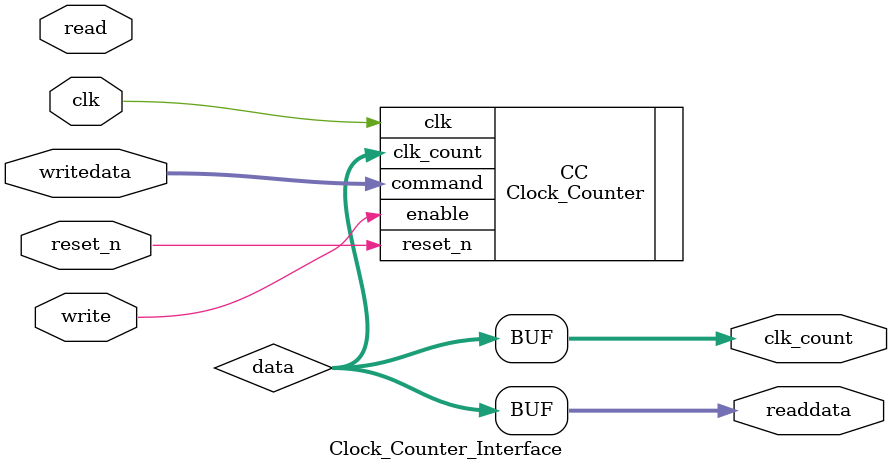
<source format=v>
module Clock_Counter_Interface (clk, reset_n, write, writedata, read, readdata, clk_count);

input clk, reset_n, write, read;
input [31:0] writedata;
output [31:0] clk_count, readdata;

wire [31:0] data;

Clock_Counter CC (.clk(clk), .reset_n(reset_n), .enable(write), .command(writedata), .clk_count(data));

assign readdata = data;
assign clk_count = data;

endmodule 

</source>
